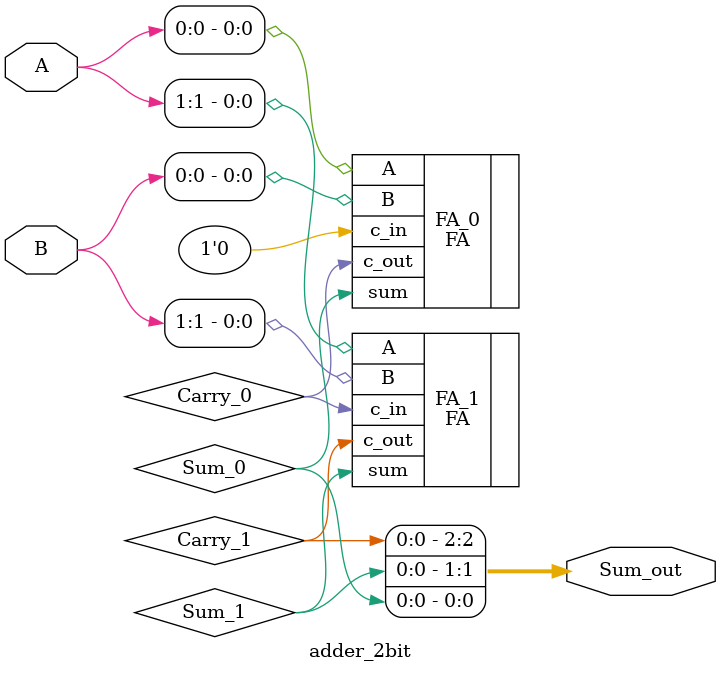
<source format=v>
`timescale 1ns / 1ps


module adder_2bit(
    input [1:0] A,
    input [1:0] B,
    output [2:0] Sum_out
    );
    
    localparam ZERO = 1'b0;
    wire Carry_0, Carry_1, Sum_0, Sum_1;
    
    assign Sum_out = {Carry_1, Sum_1, Sum_0};
    
    FA
        FA_0(.A(A[0]), .B(B[0]), .c_in(ZERO), .c_out(Carry_0), .sum(Sum_0)),
        FA_1(.A(A[1]), .B(B[1]), .c_in(Carry_0), .c_out(Carry_1), .sum(Sum_1));

 
endmodule

</source>
